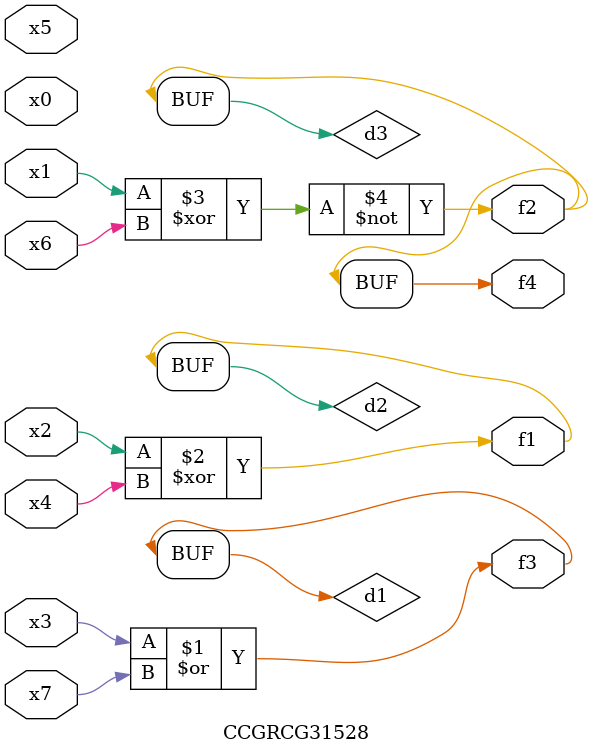
<source format=v>
module CCGRCG31528(
	input x0, x1, x2, x3, x4, x5, x6, x7,
	output f1, f2, f3, f4
);

	wire d1, d2, d3;

	or (d1, x3, x7);
	xor (d2, x2, x4);
	xnor (d3, x1, x6);
	assign f1 = d2;
	assign f2 = d3;
	assign f3 = d1;
	assign f4 = d3;
endmodule

</source>
